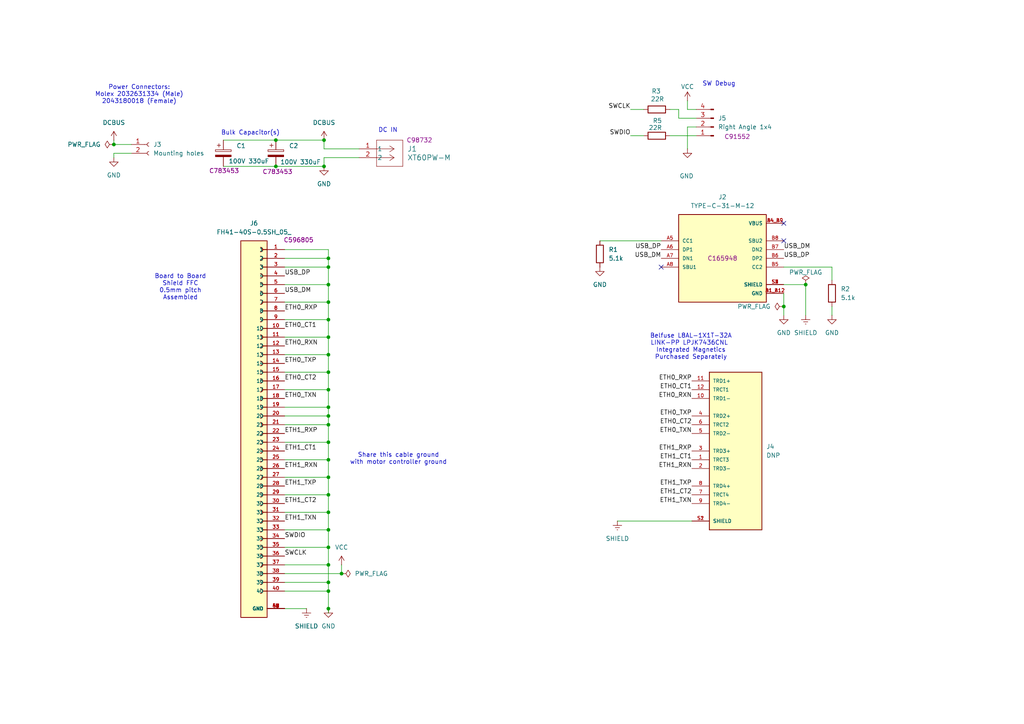
<source format=kicad_sch>
(kicad_sch (version 20231120) (generator "eeschema") (generator_version "8.0")
  (paper "A4")
  (lib_symbols
    (symbol "2024-07-02_21-14-47:XT60PW-M" (pin_names (offset 0.254))
      (property "Reference" "J1" (at 13.97 0.0001 0))
      (property "Value" "XT60PW-M" (at 13.97 -2.5399 0))
      (symbol "XT60PW-M_1_1"
        (polyline (pts (xy 5.08 -5.08) (xy 12.7 -5.08)) (stroke (width 0.127)))
        (polyline (pts (xy 5.08 2.54) (xy 5.08 -5.08)) (stroke (width 0.127)))
        (polyline (pts (xy 10.16 -2.54) (xy 5.08 -2.54)) (stroke (width 0.127)))
        (polyline (pts (xy 10.16 -2.54) (xy 8.89 -3.3867)) (stroke (width 0.127)))
        (polyline (pts (xy 10.16 -2.54) (xy 8.89 -1.6933)) (stroke (width 0.127)))
        (polyline (pts (xy 10.16 0) (xy 5.08 0)) (stroke (width 0.127)))
        (polyline (pts (xy 10.16 0) (xy 8.89 -0.8467)) (stroke (width 0.127)))
        (polyline (pts (xy 10.16 0) (xy 8.89 0.8467)) (stroke (width 0.127)))
        (polyline (pts (xy 12.7 -5.08) (xy 12.7 2.54)) (stroke (width 0.127)))
        (polyline (pts (xy 12.7 2.54) (xy 5.08 2.54)) (stroke (width 0.127)))
        (pin passive line (at 0 0 0) (length 5.08) (name "1") (number "1"))
        (pin passive line (at 0 -2.54 0) (length 5.08) (name "2") (number "2"))
      )
      (symbol "XT60PW-M_1_2"
        (polyline (pts (xy 5.08 -5.08) (xy 12.7 -5.08)) (stroke (width 0.127)))
        (polyline (pts (xy 5.08 2.54) (xy 5.08 -5.08)) (stroke (width 0.127)))
        (polyline (pts (xy 7.62 -2.54) (xy 5.08 -2.54)) (stroke (width 0.127)))
        (polyline (pts (xy 7.62 -2.54) (xy 8.89 -3.3867)) (stroke (width 0.127)))
        (polyline (pts (xy 7.62 -2.54) (xy 8.89 -1.6933)) (stroke (width 0.127)))
        (polyline (pts (xy 7.62 0) (xy 5.08 0)) (stroke (width 0.127)))
        (polyline (pts (xy 7.62 0) (xy 8.89 -0.8467)) (stroke (width 0.127)))
        (polyline (pts (xy 7.62 0) (xy 8.89 0.8467)) (stroke (width 0.127)))
        (polyline (pts (xy 12.7 -5.08) (xy 12.7 2.54)) (stroke (width 0.127)))
        (polyline (pts (xy 12.7 2.54) (xy 5.08 2.54)) (stroke (width 0.127)))
        (pin unspecified line (at 0 0 0) (length 5.08) (name "1") (number "1"))
        (pin unspecified line (at 0 -2.54 0) (length 5.08) (name "2") (number "2"))
      )
    )
    (symbol "Connector:Conn_01x02_Socket" (pin_names (offset 1.016) hide)
      (property "Reference" "J" (at 0 2.54 0))
      (property "Value" "Conn_01x02_Socket" (at 0 -5.08 0))
      (symbol "Conn_01x02_Socket_1_1"
        (arc (start 0 -2.032) (mid -0.5058 -2.54) (end 0 -3.048) (stroke (width 0.1524)))
        (polyline (pts (xy -1.27 -2.54) (xy -0.508 -2.54)) (stroke (width 0.1524)))
        (polyline (pts (xy -1.27 0) (xy -0.508 0)) (stroke (width 0.1524)))
        (arc (start 0 0.508) (mid -0.5058 0) (end 0 -0.508) (stroke (width 0.1524)))
        (pin passive line (at -5.08 0 0) (length 3.81) (name "Pin_1") (number "1"))
        (pin passive line (at -5.08 -2.54 0) (length 3.81) (name "Pin_2") (number "2"))
      )
    )
    (symbol "Connector:Conn_01x04_Pin" (pin_names (offset 1.016) hide)
      (property "Reference" "J" (at 0 5.08 0))
      (property "Value" "Conn_01x04_Pin" (at 0 -7.62 0))
      (symbol "Conn_01x04_Pin_1_1"
        (polyline (pts (xy 1.27 -5.08) (xy 0.8636 -5.08)) (stroke (width 0.1524)))
        (polyline (pts (xy 1.27 -2.54) (xy 0.8636 -2.54)) (stroke (width 0.1524)))
        (polyline (pts (xy 1.27 0) (xy 0.8636 0)) (stroke (width 0.1524)))
        (polyline (pts (xy 1.27 2.54) (xy 0.8636 2.54)) (stroke (width 0.1524)))
        (rectangle (start 0.8636 -4.953) (end 0 -5.207) (stroke (width 0.1524)) (fill (type outline)))
        (rectangle (start 0.8636 -2.413) (end 0 -2.667) (stroke (width 0.1524)) (fill (type outline)))
        (rectangle (start 0.8636 0.127) (end 0 -0.127) (stroke (width 0.1524)) (fill (type outline)))
        (rectangle (start 0.8636 2.667) (end 0 2.413) (stroke (width 0.1524)) (fill (type outline)))
        (pin passive line (at 5.08 2.54 180) (length 3.81) (name "Pin_1") (number "1"))
        (pin passive line (at 5.08 0 180) (length 3.81) (name "Pin_2") (number "2"))
        (pin passive line (at 5.08 -2.54 180) (length 3.81) (name "Pin_3") (number "3"))
        (pin passive line (at 5.08 -5.08 180) (length 3.81) (name "Pin_4") (number "4"))
      )
    )
    (symbol "Device:C_Polarized" (pin_numbers hide) (pin_names (offset 0.254))
      (property "Reference" "C" (at 0.635 2.54 0))
      (property "Value" "C_Polarized" (at 0.635 -2.54 0))
      (symbol "C_Polarized_0_1"
        (rectangle (start -2.286 0.508) (end 2.286 1.016))
        (polyline (pts (xy -1.778 2.286) (xy -0.762 2.286)))
        (polyline (pts (xy -1.27 2.794) (xy -1.27 1.778)))
        (rectangle (start 2.286 -0.508) (end -2.286 -1.016) (fill (type outline)))
      )
      (symbol "C_Polarized_1_1"
        (pin passive line (at 0 3.81 270) (length 2.794) (name "~") (number "1"))
        (pin passive line (at 0 -3.81 90) (length 2.794) (name "~") (number "2"))
      )
    )
    (symbol "Device:R" (pin_numbers hide) (pin_names (offset 0))
      (property "Reference" "R" (at 2.032 0 90))
      (property "Value" "R" (at 0 0 90))
      (symbol "R_0_1"
        (rectangle (start -1.016 -2.54) (end 1.016 2.54) (stroke (width 0.254)))
      )
      (symbol "R_1_1"
        (pin passive line (at 0 3.81 270) (length 1.27) (name "~") (number "1"))
        (pin passive line (at 0 -3.81 90) (length 1.27) (name "~") (number "2"))
      )
    )
    (symbol "FH41-40S-0.5SH_05_:FH41-40S-0.5SH_05_" (pin_names (offset 1.016))
      (property "Reference" "J" (at -7.62 54.61 0))
      (property "Value" "FH41-40S-0.5SH_05_" (at -7.62 -58.42 0))
      (symbol "FH41-40S-0.5SH_05__0_0"
        (rectangle (start -7.62 -55.88) (end 0 53.34) (stroke (width 0.254)) (fill (type background)))
        (arc (start -1.905 -48.895) (mid -1.2727 -48.26) (end -1.905 -47.625) (stroke (width 0.254)))
        (arc (start -1.905 -46.355) (mid -1.2727 -45.72) (end -1.905 -45.085) (stroke (width 0.254)))
        (arc (start -1.905 -43.815) (mid -1.2727 -43.18) (end -1.905 -42.545) (stroke (width 0.254)))
        (arc (start -1.905 -41.275) (mid -1.2727 -40.64) (end -1.905 -40.005) (stroke (width 0.254)))
        (arc (start -1.905 -38.735) (mid -1.2727 -38.1) (end -1.905 -37.465) (stroke (width 0.254)))
        (arc (start -1.905 -36.195) (mid -1.2727 -35.56) (end -1.905 -34.925) (stroke (width 0.254)))
        (arc (start -1.905 -33.655) (mid -1.2727 -33.02) (end -1.905 -32.385) (stroke (width 0.254)))
        (arc (start -1.905 -31.115) (mid -1.2727 -30.48) (end -1.905 -29.845) (stroke (width 0.254)))
        (arc (start -1.905 -28.575) (mid -1.2727 -27.94) (end -1.905 -27.305) (stroke (width 0.254)))
        (arc (start -1.905 -26.035) (mid -1.2727 -25.4) (end -1.905 -24.765) (stroke (width 0.254)))
        (arc (start -1.905 -23.495) (mid -1.2727 -22.86) (end -1.905 -22.225) (stroke (width 0.254)))
        (arc (start -1.905 -20.955) (mid -1.2727 -20.32) (end -1.905 -19.685) (stroke (width 0.254)))
        (arc (start -1.905 -18.415) (mid -1.2727 -17.78) (end -1.905 -17.145) (stroke (width 0.254)))
        (arc (start -1.905 -15.875) (mid -1.2727 -15.24) (end -1.905 -14.605) (stroke (width 0.254)))
        (arc (start -1.905 -13.335) (mid -1.2727 -12.7) (end -1.905 -12.065) (stroke (width 0.254)))
        (arc (start -1.905 -10.795) (mid -1.2727 -10.16) (end -1.905 -9.525) (stroke (width 0.254)))
        (arc (start -1.905 -8.255) (mid -1.2727 -7.62) (end -1.905 -6.985) (stroke (width 0.254)))
        (arc (start -1.905 -5.715) (mid -1.2727 -5.08) (end -1.905 -4.445) (stroke (width 0.254)))
        (arc (start -1.905 -3.175) (mid -1.2727 -2.54) (end -1.905 -1.905) (stroke (width 0.254)))
        (arc (start -1.905 -0.635) (mid -1.2727 0) (end -1.905 0.635) (stroke (width 0.254)))
        (arc (start -1.905 1.905) (mid -1.2727 2.54) (end -1.905 3.175) (stroke (width 0.254)))
        (arc (start -1.905 4.445) (mid -1.2727 5.08) (end -1.905 5.715) (stroke (width 0.254)))
        (arc (start -1.905 6.985) (mid -1.2727 7.62) (end -1.905 8.255) (stroke (width 0.254)))
        (arc (start -1.905 9.525) (mid -1.2727 10.16) (end -1.905 10.795) (stroke (width 0.254)))
        (arc (start -1.905 12.065) (mid -1.2727 12.7) (end -1.905 13.335) (stroke (width 0.254)))
        (arc (start -1.905 14.605) (mid -1.2727 15.24) (end -1.905 15.875) (stroke (width 0.254)))
        (arc (start -1.905 17.145) (mid -1.2727 17.78) (end -1.905 18.415) (stroke (width 0.254)))
        (arc (start -1.905 19.685) (mid -1.2727 20.32) (end -1.905 20.955) (stroke (width 0.254)))
        (arc (start -1.905 22.225) (mid -1.2727 22.86) (end -1.905 23.495) (stroke (width 0.254)))
        (arc (start -1.905 24.765) (mid -1.2727 25.4) (end -1.905 26.035) (stroke (width 0.254)))
        (arc (start -1.905 27.305) (mid -1.2727 27.94) (end -1.905 28.575) (stroke (width 0.254)))
        (arc (start -1.905 29.845) (mid -1.2727 30.48) (end -1.905 31.115) (stroke (width 0.254)))
        (arc (start -1.905 32.385) (mid -1.2727 33.02) (end -1.905 33.655) (stroke (width 0.254)))
        (arc (start -1.905 34.925) (mid -1.2727 35.56) (end -1.905 36.195) (stroke (width 0.254)))
        (arc (start -1.905 37.465) (mid -1.2727 38.1) (end -1.905 38.735) (stroke (width 0.254)))
        (arc (start -1.905 40.005) (mid -1.2727 40.64) (end -1.905 41.275) (stroke (width 0.254)))
        (arc (start -1.905 42.545) (mid -1.2727 43.18) (end -1.905 43.815) (stroke (width 0.254)))
        (arc (start -1.905 45.085) (mid -1.2727 45.72) (end -1.905 46.355) (stroke (width 0.254)))
        (arc (start -1.905 47.625) (mid -1.2727 48.26) (end -1.905 48.895) (stroke (width 0.254)))
        (arc (start -1.905 50.165) (mid -1.2727 50.8) (end -1.905 51.435) (stroke (width 0.254)))
        (polyline (pts (xy 0 -48.26) (xy -1.27 -48.26)) (stroke (width 0.254)))
        (polyline (pts (xy 0 -45.72) (xy -1.27 -45.72)) (stroke (width 0.254)))
        (polyline (pts (xy 0 -43.18) (xy -1.27 -43.18)) (stroke (width 0.254)))
        (polyline (pts (xy 0 -40.64) (xy -1.27 -40.64)) (stroke (width 0.254)))
        (polyline (pts (xy 0 -38.1) (xy -1.27 -38.1)) (stroke (width 0.254)))
        (polyline (pts (xy 0 -35.56) (xy -1.27 -35.56)) (stroke (width 0.254)))
        (polyline (pts (xy 0 -33.02) (xy -1.27 -33.02)) (stroke (width 0.254)))
        (polyline (pts (xy 0 -30.48) (xy -1.27 -30.48)) (stroke (width 0.254)))
        (polyline (pts (xy 0 -27.94) (xy -1.27 -27.94)) (stroke (width 0.254)))
        (polyline (pts (xy 0 -25.4) (xy -1.27 -25.4)) (stroke (width 0.254)))
        (polyline (pts (xy 0 -22.86) (xy -1.27 -22.86)) (stroke (width 0.254)))
        (polyline (pts (xy 0 -20.32) (xy -1.27 -20.32)) (stroke (width 0.254)))
        (polyline (pts (xy 0 -17.78) (xy -1.27 -17.78)) (stroke (width 0.254)))
        (polyline (pts (xy 0 -15.24) (xy -1.27 -15.24)) (stroke (width 0.254)))
        (polyline (pts (xy 0 -12.7) (xy -1.27 -12.7)) (stroke (width 0.254)))
        (polyline (pts (xy 0 -10.16) (xy -1.27 -10.16)) (stroke (width 0.254)))
        (polyline (pts (xy 0 -7.62) (xy -1.27 -7.62)) (stroke (width 0.254)))
        (polyline (pts (xy 0 -5.08) (xy -1.27 -5.08)) (stroke (width 0.254)))
        (polyline (pts (xy 0 -2.54) (xy -1.27 -2.54)) (stroke (width 0.254)))
        (polyline (pts (xy 0 0) (xy -1.27 0)) (stroke (width 0.254)))
        (polyline (pts (xy 0 2.54) (xy -1.27 2.54)) (stroke (width 0.254)))
        (polyline (pts (xy 0 5.08) (xy -1.27 5.08)) (stroke (width 0.254)))
        (polyline (pts (xy 0 7.62) (xy -1.27 7.62)) (stroke (width 0.254)))
        (polyline (pts (xy 0 10.16) (xy -1.27 10.16)) (stroke (width 0.254)))
        (polyline (pts (xy 0 12.7) (xy -1.27 12.7)) (stroke (width 0.254)))
        (polyline (pts (xy 0 15.24) (xy -1.27 15.24)) (stroke (width 0.254)))
        (polyline (pts (xy 0 17.78) (xy -1.27 17.78)) (stroke (width 0.254)))
        (polyline (pts (xy 0 20.32) (xy -1.27 20.32)) (stroke (width 0.254)))
        (polyline (pts (xy 0 22.86) (xy -1.27 22.86)) (stroke (width 0.254)))
        (polyline (pts (xy 0 25.4) (xy -1.27 25.4)) (stroke (width 0.254)))
        (polyline (pts (xy 0 27.94) (xy -1.27 27.94)) (stroke (width 0.254)))
        (polyline (pts (xy 0 30.48) (xy -1.27 30.48)) (stroke (width 0.254)))
        (polyline (pts (xy 0 33.02) (xy -1.27 33.02)) (stroke (width 0.254)))
        (polyline (pts (xy 0 35.56) (xy -1.27 35.56)) (stroke (width 0.254)))
        (polyline (pts (xy 0 38.1) (xy -1.27 38.1)) (stroke (width 0.254)))
        (polyline (pts (xy 0 40.64) (xy -1.27 40.64)) (stroke (width 0.254)))
        (polyline (pts (xy 0 43.18) (xy -1.27 43.18)) (stroke (width 0.254)))
        (polyline (pts (xy 0 45.72) (xy -1.27 45.72)) (stroke (width 0.254)))
        (polyline (pts (xy 0 48.26) (xy -1.27 48.26)) (stroke (width 0.254)))
        (polyline (pts (xy 0 50.8) (xy -1.27 50.8)) (stroke (width 0.254)))
        (pin passive line (at 5.08 50.8 180) (length 5.08) (name "1") (number "1"))
        (pin passive line (at 5.08 27.94 180) (length 5.08) (name "10") (number "10"))
        (pin passive line (at 5.08 25.4 180) (length 5.08) (name "11") (number "11"))
        (pin passive line (at 5.08 22.86 180) (length 5.08) (name "12") (number "12"))
        (pin passive line (at 5.08 20.32 180) (length 5.08) (name "13") (number "13"))
        (pin passive line (at 5.08 17.78 180) (length 5.08) (name "14") (number "14"))
        (pin passive line (at 5.08 15.24 180) (length 5.08) (name "15") (number "15"))
        (pin passive line (at 5.08 12.7 180) (length 5.08) (name "16") (number "16"))
        (pin passive line (at 5.08 10.16 180) (length 5.08) (name "17") (number "17"))
        (pin passive line (at 5.08 7.62 180) (length 5.08) (name "18") (number "18"))
        (pin passive line (at 5.08 5.08 180) (length 5.08) (name "19") (number "19"))
        (pin passive line (at 5.08 48.26 180) (length 5.08) (name "2") (number "2"))
        (pin passive line (at 5.08 2.54 180) (length 5.08) (name "20") (number "20"))
        (pin passive line (at 5.08 0 180) (length 5.08) (name "21") (number "21"))
        (pin passive line (at 5.08 -2.54 180) (length 5.08) (name "22") (number "22"))
        (pin passive line (at 5.08 -5.08 180) (length 5.08) (name "23") (number "23"))
        (pin passive line (at 5.08 -7.62 180) (length 5.08) (name "24") (number "24"))
        (pin passive line (at 5.08 -10.16 180) (length 5.08) (name "25") (number "25"))
        (pin passive line (at 5.08 -12.7 180) (length 5.08) (name "26") (number "26"))
        (pin passive line (at 5.08 -15.24 180) (length 5.08) (name "27") (number "27"))
        (pin passive line (at 5.08 -17.78 180) (length 5.08) (name "28") (number "28"))
        (pin passive line (at 5.08 -20.32 180) (length 5.08) (name "29") (number "29"))
        (pin passive line (at 5.08 45.72 180) (length 5.08) (name "3") (number "3"))
        (pin passive line (at 5.08 -22.86 180) (length 5.08) (name "30") (number "30"))
        (pin passive line (at 5.08 -25.4 180) (length 5.08) (name "31") (number "31"))
        (pin passive line (at 5.08 -27.94 180) (length 5.08) (name "32") (number "32"))
        (pin passive line (at 5.08 -30.48 180) (length 5.08) (name "33") (number "33"))
        (pin passive line (at 5.08 -33.02 180) (length 5.08) (name "34") (number "34"))
        (pin passive line (at 5.08 -35.56 180) (length 5.08) (name "35") (number "35"))
        (pin passive line (at 5.08 -38.1 180) (length 5.08) (name "36") (number "36"))
        (pin passive line (at 5.08 -40.64 180) (length 5.08) (name "37") (number "37"))
        (pin passive line (at 5.08 -43.18 180) (length 5.08) (name "38") (number "38"))
        (pin passive line (at 5.08 -45.72 180) (length 5.08) (name "39") (number "39"))
        (pin passive line (at 5.08 43.18 180) (length 5.08) (name "4") (number "4"))
        (pin passive line (at 5.08 -48.26 180) (length 5.08) (name "40") (number "40"))
        (pin power_in line (at 5.08 -53.34 180) (length 5.08) (name "GND") (number "41"))
        (pin power_in line (at 5.08 -53.34 180) (length 5.08) (name "GND") (number "42"))
        (pin power_in line (at 5.08 -53.34 180) (length 5.08) (name "GND") (number "43"))
        (pin power_in line (at 5.08 -53.34 180) (length 5.08) (name "GND") (number "44"))
        (pin power_in line (at 5.08 -53.34 180) (length 5.08) (name "GND") (number "45"))
        (pin power_in line (at 5.08 -53.34 180) (length 5.08) (name "GND") (number "46"))
        (pin power_in line (at 5.08 -53.34 180) (length 5.08) (name "GND") (number "47"))
        (pin power_in line (at 5.08 -53.34 180) (length 5.08) (name "GND") (number "48"))
        (pin power_in line (at 5.08 -53.34 180) (length 5.08) (name "GND") (number "49"))
        (pin passive line (at 5.08 40.64 180) (length 5.08) (name "5") (number "5"))
        (pin power_in line (at 5.08 -53.34 180) (length 5.08) (name "GND") (number "50"))
        (pin passive line (at 5.08 38.1 180) (length 5.08) (name "6") (number "6"))
        (pin passive line (at 5.08 35.56 180) (length 5.08) (name "7") (number "7"))
        (pin passive line (at 5.08 33.02 180) (length 5.08) (name "8") (number "8"))
        (pin passive line (at 5.08 30.48 180) (length 5.08) (name "9") (number "9"))
      )
    )
    (symbol "L8AL-1X1T-32A:L8AL-1X1T-32A" (pin_names (offset 1.016))
      (property "Reference" "J" (at -7.62 24.13 0))
      (property "Value" "L8AL-1X1T-32A" (at -7.62 -24.13 0))
      (symbol "L8AL-1X1T-32A_0_0"
        (rectangle (start -7.62 -22.86) (end 7.62 22.86) (stroke (width 0.254)) (fill (type background)))
        (pin passive line (at -12.7 -2.54 0) (length 5.08) (name "TRCT3") (number "1"))
        (pin passive line (at -12.7 15.24 0) (length 5.08) (name "TRD1-") (number "10"))
        (pin passive line (at -12.7 20.32 0) (length 5.08) (name "TRD1+") (number "11"))
        (pin passive line (at -12.7 17.78 0) (length 5.08) (name "TRCT1") (number "12"))
        (pin passive line (at -12.7 -5.08 0) (length 5.08) (name "TRD3-") (number "2"))
        (pin passive line (at -12.7 0 0) (length 5.08) (name "TRD3+") (number "3"))
        (pin passive line (at -12.7 10.16 0) (length 5.08) (name "TRD2+") (number "4"))
        (pin passive line (at -12.7 5.08 0) (length 5.08) (name "TRD2-") (number "5"))
        (pin passive line (at -12.7 7.62 0) (length 5.08) (name "TRCT2") (number "6"))
        (pin passive line (at -12.7 -12.7 0) (length 5.08) (name "TRCT4") (number "7"))
        (pin passive line (at -12.7 -10.16 0) (length 5.08) (name "TRD4+") (number "8"))
        (pin passive line (at -12.7 -15.24 0) (length 5.08) (name "TRD4-") (number "9"))
        (pin passive line (at -12.7 -20.32 0) (length 5.08) (name "SHIELD") (number "S1"))
        (pin passive line (at -12.7 -20.32 0) (length 5.08) (name "SHIELD") (number "S2"))
      )
    )
    (symbol "TYPE-C-31-M-12:TYPE-C-31-M-12" (pin_names (offset 1.016))
      (property "Reference" "J" (at -12.7 13.462 0))
      (property "Value" "TYPE-C-31-M-12" (at -12.7 -13.462 0))
      (symbol "TYPE-C-31-M-12_0_0"
        (rectangle (start -12.7 -12.7) (end 12.7 12.7) (stroke (width 0.254)) (fill (type background)))
        (pin power_in line (at 17.78 -10.16 180) (length 5.08) (name "GND") (number "A1_B12"))
        (pin power_in line (at 17.78 10.16 180) (length 5.08) (name "VBUS") (number "A4_B9"))
        (pin bidirectional line (at -17.78 5.08 0) (length 5.08) (name "CC1") (number "A5"))
        (pin bidirectional line (at -17.78 2.54 0) (length 5.08) (name "DP1") (number "A6"))
        (pin bidirectional line (at -17.78 0 0) (length 5.08) (name "DN1") (number "A7"))
        (pin bidirectional line (at -17.78 -2.54 0) (length 5.08) (name "SBU1") (number "A8"))
        (pin power_in line (at 17.78 -10.16 180) (length 5.08) (name "GND") (number "B1_A12"))
        (pin power_in line (at 17.78 10.16 180) (length 5.08) (name "VBUS") (number "B4_A9"))
        (pin bidirectional line (at 17.78 -2.54 180) (length 5.08) (name "CC2") (number "B5"))
        (pin bidirectional line (at 17.78 0 180) (length 5.08) (name "DP2") (number "B6"))
        (pin bidirectional line (at 17.78 2.54 180) (length 5.08) (name "DN2") (number "B7"))
        (pin bidirectional line (at 17.78 5.08 180) (length 5.08) (name "SBU2") (number "B8"))
        (pin passive line (at 17.78 -7.62 180) (length 5.08) (name "SHIELD") (number "S1"))
        (pin passive line (at 17.78 -7.62 180) (length 5.08) (name "SHIELD") (number "S2"))
        (pin passive line (at 17.78 -7.62 180) (length 5.08) (name "SHIELD") (number "S3"))
        (pin passive line (at 17.78 -7.62 180) (length 5.08) (name "SHIELD") (number "S4"))
      )
    )
    (symbol "power:+3.3V" (power) (pin_numbers hide) (pin_names (offset 0) hide)
      (property "Value" "+3.3V" (at 0 3.556 0))
      (symbol "+3.3V_0_1"
        (polyline (pts (xy -0.762 1.27) (xy 0 2.54)))
        (polyline (pts (xy 0 0) (xy 0 2.54)))
        (polyline (pts (xy 0 2.54) (xy 0.762 1.27)))
      )
      (symbol "+3.3V_1_1"
        (pin power_in line (at 0 0 90) (length 0) (name "~") (number "1"))
      )
    )
    (symbol "power:Earth" (power) (pin_numbers hide) (pin_names (offset 0) hide)
      (property "Value" "Earth" (at 0 -3.81 0))
      (symbol "Earth_0_1"
        (polyline (pts (xy -0.635 -1.905) (xy 0.635 -1.905)))
        (polyline (pts (xy -0.127 -2.54) (xy 0.127 -2.54)))
        (polyline (pts (xy 0 -1.27) (xy 0 0)))
        (polyline (pts (xy 1.27 -1.27) (xy -1.27 -1.27)))
      )
      (symbol "Earth_1_1"
        (pin power_in line (at 0 0 270) (length 0) (name "~") (number "1"))
      )
    )
    (symbol "power:GND" (power) (pin_numbers hide) (pin_names (offset 0) hide)
      (property "Value" "GND" (at 0 -3.81 0))
      (symbol "GND_0_1"
        (polyline (pts (xy 0 0) (xy 0 -1.27) (xy 1.27 -1.27) (xy 0 -2.54) (xy -1.27 -1.27) (xy 0 -1.27)))
      )
      (symbol "GND_1_1"
        (pin power_in line (at 0 0 270) (length 0) (name "~") (number "1"))
      )
    )
    (symbol "power:PWR_FLAG" (power) (pin_numbers hide) (pin_names (offset 0) hide)
      (property "Value" "PWR_FLAG" (at 0 3.81 0))
      (symbol "PWR_FLAG_0_0"
        (pin power_out line (at 0 0 90) (length 0) (name "~") (number "1"))
      )
      (symbol "PWR_FLAG_0_1"
        (polyline (pts (xy 0 0) (xy 0 1.27) (xy -1.016 1.905) (xy 0 2.54) (xy 1.016 1.905) (xy 0 1.27)))
      )
    )
    (symbol "power:VCC" (power) (pin_numbers hide) (pin_names (offset 0) hide)
      (property "Value" "VCC" (at 0 3.556 0))
      (symbol "VCC_0_1"
        (polyline (pts (xy -0.762 1.27) (xy 0 2.54)))
        (polyline (pts (xy 0 0) (xy 0 2.54)))
        (polyline (pts (xy 0 2.54) (xy 0.762 1.27)))
      )
      (symbol "VCC_1_1"
        (pin power_in line (at 0 0 90) (length 0) (name "~") (number "1"))
      )
    )
  )
  (junction (at 95.25 148.59))
  (junction (at 33.02 41.91))
  (junction (at 95.25 123.19))
  (junction (at 99.06 166.37))
  (junction (at 95.25 168.91))
  (junction (at 95.25 97.79))
  (junction (at 95.25 133.35))
  (junction (at 95.25 102.87))
  (junction (at 227.33 88.9))
  (junction (at 95.25 113.03))
  (junction (at 95.25 138.43))
  (junction (at 95.25 120.65))
  (junction (at 95.25 118.11))
  (junction (at 95.25 82.55))
  (junction (at 95.25 107.95))
  (junction (at 80.01 48.26))
  (junction (at 95.25 153.67))
  (junction (at 95.25 143.51))
  (junction (at 95.25 77.47))
  (junction (at 95.25 128.27))
  (junction (at 95.25 74.93))
  (junction (at 95.25 176.53))
  (junction (at 93.98 48.26))
  (junction (at 233.68 82.55))
  (junction (at 95.25 87.63))
  (junction (at 93.98 40.64))
  (junction (at 95.25 158.75))
  (junction (at 80.01 40.64))
  (junction (at 95.25 163.83))
  (junction (at 95.25 171.45))
  (junction (at 95.25 92.71))
  (no_connect (at 191.77 77.47))
  (no_connect (at 227.33 69.85))
  (no_connect (at 227.33 64.77))
  (wire (pts (xy 93.98 40.64) (xy 93.98 43.18)))
  (wire (pts (xy 82.55 120.65) (xy 95.25 120.65)))
  (wire (pts (xy 194.31 31.75) (xy 196.85 31.75)))
  (wire (pts (xy 173.99 69.85) (xy 191.77 69.85)))
  (wire (pts (xy 95.25 82.55) (xy 95.25 77.47)))
  (wire (pts (xy 82.55 168.91) (xy 95.25 168.91)))
  (wire (pts (xy 95.25 158.75) (xy 95.25 163.83)))
  (wire (pts (xy 82.55 143.51) (xy 95.25 143.51)))
  (wire (pts (xy 82.55 92.71) (xy 95.25 92.71)))
  (wire (pts (xy 95.25 74.93) (xy 95.25 72.39)))
  (wire (pts (xy 93.98 45.72) (xy 104.14 45.72)))
  (wire (pts (xy 95.25 120.65) (xy 95.25 123.19)))
  (wire (pts (xy 95.25 118.11) (xy 95.25 120.65)))
  (wire (pts (xy 201.93 34.29) (xy 196.85 34.29)))
  (wire (pts (xy 33.02 40.64) (xy 33.02 41.91)))
  (wire (pts (xy 33.02 45.72) (xy 33.02 44.45)))
  (wire (pts (xy 93.98 43.18) (xy 104.14 43.18)))
  (wire (pts (xy 241.3 91.44) (xy 241.3 88.9)))
  (wire (pts (xy 82.55 158.75) (xy 95.25 158.75)))
  (wire (pts (xy 194.31 39.37) (xy 201.93 39.37)))
  (wire (pts (xy 82.55 171.45) (xy 95.25 171.45)))
  (wire (pts (xy 82.55 176.53) (xy 88.9 176.53)))
  (wire (pts (xy 95.25 118.11) (xy 95.25 113.03)))
  (wire (pts (xy 99.06 163.83) (xy 99.06 166.37)))
  (wire (pts (xy 95.25 102.87) (xy 95.25 97.79)))
  (wire (pts (xy 80.01 48.26) (xy 93.98 48.26)))
  (wire (pts (xy 82.55 123.19) (xy 95.25 123.19)))
  (wire (pts (xy 64.77 48.26) (xy 80.01 48.26)))
  (wire (pts (xy 95.25 77.47) (xy 95.25 74.93)))
  (wire (pts (xy 227.33 82.55) (xy 233.68 82.55)))
  (wire (pts (xy 95.25 176.53) (xy 95.25 171.45)))
  (wire (pts (xy 95.25 107.95) (xy 95.25 113.03)))
  (wire (pts (xy 233.68 82.55) (xy 233.68 91.44)))
  (wire (pts (xy 64.77 40.64) (xy 80.01 40.64)))
  (wire (pts (xy 95.25 168.91) (xy 95.25 171.45)))
  (wire (pts (xy 95.25 133.35) (xy 95.25 138.43)))
  (wire (pts (xy 227.33 77.47) (xy 241.3 77.47)))
  (wire (pts (xy 95.25 123.19) (xy 95.25 128.27)))
  (wire (pts (xy 82.55 97.79) (xy 95.25 97.79)))
  (wire (pts (xy 227.33 91.44) (xy 227.33 88.9)))
  (wire (pts (xy 179.07 151.13) (xy 200.66 151.13)))
  (wire (pts (xy 82.55 128.27) (xy 95.25 128.27)))
  (wire (pts (xy 95.25 82.55) (xy 95.25 87.63)))
  (wire (pts (xy 95.25 128.27) (xy 95.25 133.35)))
  (wire (pts (xy 95.25 97.79) (xy 95.25 92.71)))
  (wire (pts (xy 82.55 138.43) (xy 95.25 138.43)))
  (wire (pts (xy 82.55 102.87) (xy 95.25 102.87)))
  (wire (pts (xy 182.88 31.75) (xy 186.69 31.75)))
  (wire (pts (xy 82.55 118.11) (xy 95.25 118.11)))
  (wire (pts (xy 199.39 29.21) (xy 199.39 31.75)))
  (wire (pts (xy 199.39 31.75) (xy 201.93 31.75)))
  (wire (pts (xy 82.55 74.93) (xy 95.25 74.93)))
  (wire (pts (xy 82.55 153.67) (xy 95.25 153.67)))
  (wire (pts (xy 95.25 107.95) (xy 95.25 102.87)))
  (wire (pts (xy 82.55 77.47) (xy 95.25 77.47)))
  (wire (pts (xy 82.55 87.63) (xy 95.25 87.63)))
  (wire (pts (xy 227.33 85.09) (xy 227.33 88.9)))
  (wire (pts (xy 196.85 34.29) (xy 196.85 31.75)))
  (wire (pts (xy 82.55 107.95) (xy 95.25 107.95)))
  (wire (pts (xy 95.25 177.8) (xy 95.25 176.53)))
  (wire (pts (xy 199.39 36.83) (xy 199.39 43.18)))
  (wire (pts (xy 82.55 113.03) (xy 95.25 113.03)))
  (wire (pts (xy 33.02 41.91) (xy 38.1 41.91)))
  (wire (pts (xy 95.25 153.67) (xy 95.25 158.75)))
  (wire (pts (xy 82.55 166.37) (xy 99.06 166.37)))
  (wire (pts (xy 80.01 40.64) (xy 93.98 40.64)))
  (wire (pts (xy 95.25 148.59) (xy 95.25 153.67)))
  (wire (pts (xy 93.98 48.26) (xy 93.98 45.72)))
  (wire (pts (xy 95.25 143.51) (xy 95.25 148.59)))
  (wire (pts (xy 82.55 148.59) (xy 95.25 148.59)))
  (wire (pts (xy 82.55 82.55) (xy 95.25 82.55)))
  (wire (pts (xy 241.3 77.47) (xy 241.3 81.28)))
  (wire (pts (xy 95.25 72.39) (xy 82.55 72.39)))
  (wire (pts (xy 82.55 163.83) (xy 95.25 163.83)))
  (wire (pts (xy 33.02 44.45) (xy 38.1 44.45)))
  (wire (pts (xy 95.25 92.71) (xy 95.25 87.63)))
  (wire (pts (xy 182.88 39.37) (xy 186.69 39.37)))
  (wire (pts (xy 95.25 138.43) (xy 95.25 143.51)))
  (wire (pts (xy 82.55 133.35) (xy 95.25 133.35)))
  (wire (pts (xy 95.25 163.83) (xy 95.25 168.91)))
  (wire (pts (xy 201.93 36.83) (xy 199.39 36.83)))
  (text "Belfuse L8AL-1X1T-32A\nLINK-PP LPJK7436CNL \nIntegrated Magnetics\nPurchased Separately" (at 200.406 100.584 0) (effects (font (size 1.27 1.27))))
  (text "SW Debug" (at 208.534 24.384 0) (effects (font (size 1.27 1.27))))
  (text "Board to Board\nShield FFC\n0.5mm pitch\nAssembled" (at 52.324 83.312 0) (effects (font (size 1.27 1.27))))
  (text "Share this cable ground\nwith motor controller ground" (at 115.57 133.096 0) (effects (font (size 1.27 1.27))))
  (text "DC IN" (at 112.522 37.846 0) (effects (font (size 1.27 1.27))))
  (text "Power Connectors:\nMolex 2032631334 (Male)\n2043180018 (Female)" (at 40.386 27.432 0) (effects (font (size 1.27 1.27))))
  (text "Bulk Capacitor(s)" (at 72.644 38.608 0) (effects (font (size 1.27 1.27))))
  (label "ETH0_CT1" (at 200.66 113.03 180))
  (label "ETH1_TXP" (at 200.66 140.97 180))
  (label "ETH0_CT2" (at 200.66 123.19 180))
  (label "USB_DM" (at 227.33 72.39 0))
  (label "ETH1_TXN" (at 200.66 146.05 180))
  (label "ETH0_RXP" (at 200.66 110.49 180))
  (label "ETH0_RXP" (at 82.55 90.17 0))
  (label "USB_DP" (at 82.55 80.01 0))
  (label "ETH1_TXN" (at 82.55 151.13 0))
  (label "ETH1_CT1" (at 200.66 133.35 180))
  (label "ETH0_TXN" (at 200.66 125.73 180))
  (label "SWDIO" (at 182.88 39.37 180))
  (label "USB_DP" (at 227.33 74.93 0))
  (label "ETH0_RXN" (at 200.66 115.57 180))
  (label "ETH1_TXP" (at 82.55 140.97 0))
  (label "SWDIO" (at 82.55 156.21 0))
  (label "ETH1_RXN" (at 200.66 135.89 180))
  (label "USB_DM" (at 82.55 85.09 0))
  (label "ETH0_RXN" (at 82.55 100.33 0))
  (label "SWCLK" (at 182.88 31.75 180))
  (label "ETH1_RXN" (at 82.55 135.89 0))
  (label "ETH1_CT2" (at 200.66 143.51 180))
  (label "ETH1_RXP" (at 200.66 130.81 180))
  (label "ETH1_CT1" (at 82.55 130.81 0))
  (label "ETH0_TXP" (at 82.55 105.41 0))
  (label "SWCLK" (at 82.55 161.29 0))
  (label "ETH1_RXP" (at 82.55 125.73 0))
  (label "ETH1_CT2" (at 82.55 146.05 0))
  (label "USB_DP" (at 191.77 72.39 180))
  (label "ETH0_TXN" (at 82.55 115.57 0))
  (label "USB_DM" (at 191.77 74.93 180))
  (label "ETH0_CT1" (at 82.55 95.25 0))
  (label "ETH0_TXP" (at 200.66 120.65 180))
  (label "ETH0_CT2" (at 82.55 110.49 0))
  (symbol (lib_id "power:GND") (at 199.39 43.18 0) (unit 1)
    (property "Reference" "#PWR08" (effects (hide yes)))
    (property "Value" "GND" (at 199.136 51.054 0))
  )
  (symbol (lib_id "power:Earth") (at 233.68 91.44 0) (unit 1)
    (property "Reference" "#PWR03" (effects (hide yes)))
    (property "Value" "SHIELD" (at 233.68 96.52 0))
    (property "Description" "Power symbol creates a global label with name \"Earth\"" (effects (hide yes)))
  )
  (symbol (lib_id "power:GND") (at 33.02 45.72 0) (unit 1)
    (property "Reference" "#PWR010" (effects (hide yes)))
    (property "Value" "GND" (at 33.02 50.8 0))
    (property "Description" "Power symbol creates a global label with name \"GND\" , ground" (effects (hide yes)))
  )
  (symbol (lib_id "power:VCC") (at 99.06 163.83 0) (unit 1)
    (property "Reference" "#PWR011" (effects (hide yes)))
    (property "Value" "VCC" (at 99.06 158.75 0))
    (property "Description" "Power symbol creates a global label with name \"VCC\"" (effects (hide yes)))
  )
  (symbol (lib_id "power:Earth") (at 179.07 151.13 0) (unit 1)
    (property "Reference" "#PWR014" (effects (hide yes)))
    (property "Value" "SHIELD" (at 179.07 156.21 0))
    (property "Description" "Power symbol creates a global label with name \"Earth\"" (effects (hide yes)))
  )
  (symbol (lib_id "TYPE-C-31-M-12:TYPE-C-31-M-12") (at 209.55 74.93 0) (unit 1)
    (property "Reference" "J2" (at 209.55 57.15 0))
    (property "Value" "TYPE-C-31-M-12" (at 209.55 59.69 0))
    (property "Footprint" "TYPE-C-31-M-12:HRO_TYPE-C-31-M-12" (effects (hide yes)))
    (property "MF" "HRO Electronics Co., Ltd." (effects (hide yes)))
    (property "MAXIMUM_PACKAGE_HEIGHT" "3.26 mm" (effects (hide yes)))
    (property "Package" "Package" (effects (hide yes)))
    (property "Price" "None" (effects (hide yes)))
    (property "Check_prices" "https://www.snapeda.com/parts/TYPE-C-31-M-12/HRO+Electronics+Co.%252C+Ltd./view-part/?ref=eda" (effects (hide yes)))
    (property "STANDARD" "Manufacturer Recommendations" (effects (hide yes)))
    (property "PARTREV" "2020.12.08" (effects (hide yes)))
    (property "SnapEDA_Link" "https://www.snapeda.com/parts/TYPE-C-31-M-12/HRO+Electronics+Co.%252C+Ltd./view-part/?ref=snap" (effects (hide yes)))
    (property "MP" "TYPE-C-31-M-12" (effects (hide yes)))
    (property "Description_1" "\nUSB Connectors 24 Receptacle 1 8.94*7.3mm RoHS\n" (effects (hide yes)))
    (property "SNAPEDA_PN" "TYPE-C-31-M-12" (effects (hide yes)))
    (property "Availability" "Not in stock" (effects (hide yes)))
    (property "MANUFACTURER" "HRO Electronics Co., Ltd." (effects (hide yes)))
    (property "LCSC Part Number" "C165948" (at 209.55 74.93 0))
  )
  (symbol (lib_id "Device:C_Polarized") (at 80.01 44.45 0) (unit 1)
    (property "Reference" "C2" (at 83.82 42.2909 0) (effects (justify left)))
    (property "Value" "100V 330uF" (at 81.28 46.99 0) (effects (justify left)))
    (property "Footprint" "Capacitor_THT:CP_Radial_D13.0mm_P5.00mm" (effects (hide yes)))
    (property "Description" "Polarized capacitor" (effects (hide yes)))
    (property "LCSC Part Number" " C783453" (at 80.01 49.784 0))
  )
  (symbol (lib_id "power:GND") (at 227.33 91.44 0) (unit 1)
    (property "Reference" "#PWR02" (effects (hide yes)))
    (property "Value" "GND" (at 227.33 96.52 0))
    (property "Description" "Power symbol creates a global label with name \"GND\" , ground" (effects (hide yes)))
  )
  (symbol (lib_id "power:PWR_FLAG") (at 33.02 41.91 90) (unit 1)
    (property "Reference" "#FLG02" (effects (hide yes)))
    (property "Value" "PWR_FLAG" (at 29.21 41.9099 90) (effects (justify left)))
    (property "Description" "Special symbol for telling ERC where power comes from" (effects (hide yes)))
  )
  (symbol (lib_id "Device:R") (at 173.99 73.66 0) (unit 1)
    (property "Reference" "R1" (at 176.53 72.3899 0) (effects (justify left)))
    (property "Value" "5.1k" (at 176.53 74.9299 0) (effects (justify left)))
    (property "Footprint" "Resistor_SMD:R_0603_1608Metric" (effects (hide yes)))
    (property "Description" "Resistor" (effects (hide yes)))
  )
  (symbol (lib_id "power:Earth") (at 88.9 176.53 0) (unit 1)
    (property "Reference" "#PWR013" (effects (hide yes)))
    (property "Value" "SHIELD" (at 88.9 181.61 0))
    (property "Description" "Power symbol creates a global label with name \"Earth\"" (effects (hide yes)))
  )
  (symbol (lib_id "Connector:Conn_01x04_Pin") (at 207.01 36.83 180) (unit 1)
    (property "Reference" "J5" (at 208.28 34.2899 0) (effects (justify right)))
    (property "Value" "Right Angle 1x4" (at 208.28 36.8299 0) (effects (justify right)))
    (property "Footprint" "Connector_PinHeader_2.54mm:PinHeader_1x04_P2.54mm_Horizontal" (effects (hide yes)))
    (property "Description" "Generic connector, single row, 01x04, script generated" (effects (hide yes)))
    (property "LCSC Part Number" " C91552" (at 213.36 39.624 0))
  )
  (symbol (lib_id "2024-07-02_21-14-47:XT60PW-M") (at 104.14 43.18 0) (unit 1)
    (property "Reference" "J1" (at 118.11 43.1799 0) (effects (font (size 1.524 1.524)) (justify left)))
    (property "Value" "XT60PW-M" (at 118.11 45.7199 0) (effects (font (size 1.524 1.524)) (justify left)))
    (property "Footprint" "footprints:CONN_XT60PW-M_AMA" (effects (hide yes)))
    (property "Datasheet" "XT60PW-M" (effects (hide yes)))
    (property "LCSC Part Number" "C98732" (at 121.666 40.64 0))
  )
  (symbol (lib_id "Connector:Conn_01x02_Socket") (at 43.18 41.91 0) (unit 1)
    (property "Reference" "J3" (at 44.45 41.9099 0) (effects (justify left)))
    (property "Value" "Mounting holes" (at 44.45 44.4499 0) (effects (justify left)))
    (property "Footprint" "holes:Dual Post" (effects (hide yes)))
    (property "Description" "Generic connector, single row, 01x02, script generated" (effects (hide yes)))
  )
  (symbol (lib_id "Device:R") (at 190.5 39.37 90) (unit 1)
    (property "Reference" "R5" (at 192.024 34.29 90) (effects (justify left bottom)))
    (property "Value" "22R" (at 192.024 36.322 90) (effects (justify left bottom)))
    (property "Footprint" "Resistor_SMD:R_0603_1608Metric" (effects (hide yes)))
    (property "Description" "RES SMD 22 OHM 1% 1/10W 0603" (effects (hide yes)))
    (property "SUPPLIER 1" "Digi-Key" (effects (hide yes)))
    (property "SUPPLIER PART NUMBER 1" "311-22.0HRCT-ND" (effects (hide yes)))
    (property "MANUFACTURER" "Yageo" (effects (hide yes)))
    (property "MANUFACTURER PART NUMBER" "RC0603FR-0722RL" (effects (hide yes)))
    (property "ROHS" "RoHS Compliant" (effects (hide yes)))
    (property "CATEGORY" "Resistors" (effects (hide yes)))
    (property "STOCK 1" "575303" (effects (hide yes)))
    (property "PRICING 1" "1=0.1, 10=0.014, 25=0.01, 100=0.0057, 250=0.00436, 500=0.00348, 1000=0.00257, 2500=0.00223 (USD)" (effects (hide yes)))
    (property "PACKAGING" "Cut Tape (CT)" (effects (hide yes)))
    (property "RESISTANCE (OHMS)" "22" (effects (hide yes)))
    (property "TOLERANCE" "±1%" (effects (hide yes)))
    (property "POWER (WATTS)" "0.1W, 1/10W" (effects (hide yes)))
    (property "COMPOSITION" "Thick Film" (effects (hide yes)))
    (property "FEATURES" "Moisture Resistant" (effects (hide yes)))
    (property "TEMPERATURE COEFFICIENT" "±100ppm/°C" (effects (hide yes)))
    (property "OPERATING TEMPERATURE" "-55°C ~ 155°C" (effects (hide yes)))
    (property "PACKAGE / CASE" "0603 (1608 Metric)" (effects (hide yes)))
    (property "SUPPLIER DEVICE PACKAGE" "0603" (effects (hide yes)))
    (property "SIZE / DIMENSION" "0.063\" L x 0.031\" W (1.60mm x 0.80mm)" (effects (hide yes)))
    (property "HEIGHT" "0.022\" (0.55mm)" (effects (hide yes)))
    (property "NUMBER OF TERMINATIONS" "2" (effects (hide yes)))
    (property "COMPONENTLINK1URL" "http://www.yageo.com/documents/recent/PYu-RC_Group_51_RoHS_L_04.pdf" (effects (hide yes)))
    (property "COMPONENTLINK1DESCRIPTION" "http://www.yageo.com/documents/recent/PYu-RC_Group_51_RoHS_L_04.pdf" (effects (hide yes)))
  )
  (symbol (lib_id "Device:C_Polarized") (at 64.77 44.45 0) (unit 1)
    (property "Reference" "C1" (at 68.58 42.2909 0) (effects (justify left)))
    (property "Value" "100V 330uF" (at 66.294 46.736 0) (effects (justify left)))
    (property "Footprint" "Capacitor_THT:CP_Radial_D13.0mm_P5.00mm" (effects (hide yes)))
    (property "Description" "Polarized capacitor" (effects (hide yes)))
    (property "LCSC Part Number" " C783453" (at 64.516 49.53 0))
  )
  (symbol (lib_id "power:GND") (at 95.25 176.53 0) (unit 1)
    (property "Reference" "#PWR012" (effects (hide yes)))
    (property "Value" "GND" (at 95.25 181.61 0))
    (property "Description" "Power symbol creates a global label with name \"GND\" , ground" (effects (hide yes)))
  )
  (symbol (lib_id "power:PWR_FLAG") (at 227.33 88.9 90) (unit 1)
    (property "Reference" "#FLG03" (effects (hide yes)))
    (property "Value" "PWR_FLAG" (at 223.52 88.8999 90) (effects (justify left)))
    (property "Description" "Special symbol for telling ERC where power comes from" (effects (hide yes)))
  )
  (symbol (lib_id "power:+3.3V") (at 33.02 40.64 0) (unit 1)
    (property "Reference" "#PWR09" (effects (hide yes)))
    (property "Value" "DCBUS" (at 33.02 35.56 0))
    (property "Description" "Power symbol creates a global label with name \"+3.3V\"" (effects (hide yes)))
  )
  (symbol (lib_id "power:GND") (at 173.99 77.47 0) (unit 1)
    (property "Reference" "#PWR01" (effects (hide yes)))
    (property "Value" "GND" (at 173.99 82.55 0))
    (property "Description" "Power symbol creates a global label with name \"GND\" , ground" (effects (hide yes)))
  )
  (symbol (lib_id "Device:R") (at 190.5 31.75 270) (unit 1)
    (property "Reference" "R3" (at 188.976 27.178 90) (effects (justify left bottom)))
    (property "Value" "22R" (at 188.722 29.464 90) (effects (justify left bottom)))
    (property "Footprint" "Resistor_SMD:R_0603_1608Metric" (effects (hide yes)))
    (property "Description" "RES SMD 22 OHM 1% 1/10W 0603" (effects (hide yes)))
    (property "SUPPLIER 1" "Digi-Key" (effects (hide yes)))
    (property "SUPPLIER PART NUMBER 1" "311-22.0HRCT-ND" (effects (hide yes)))
    (property "MANUFACTURER" "Yageo" (effects (hide yes)))
    (property "MANUFACTURER PART NUMBER" "RC0603FR-0722RL" (effects (hide yes)))
    (property "ROHS" "RoHS Compliant" (effects (hide yes)))
    (property "CATEGORY" "Resistors" (effects (hide yes)))
    (property "STOCK 1" "575303" (effects (hide yes)))
    (property "PRICING 1" "1=0.1, 10=0.014, 25=0.01, 100=0.0057, 250=0.00436, 500=0.00348, 1000=0.00257, 2500=0.00223 (USD)" (effects (hide yes)))
    (property "PACKAGING" "Cut Tape (CT)" (effects (hide yes)))
    (property "RESISTANCE (OHMS)" "22" (effects (hide yes)))
    (property "TOLERANCE" "±1%" (effects (hide yes)))
    (property "POWER (WATTS)" "0.1W, 1/10W" (effects (hide yes)))
    (property "COMPOSITION" "Thick Film" (effects (hide yes)))
    (property "FEATURES" "Moisture Resistant" (effects (hide yes)))
    (property "TEMPERATURE COEFFICIENT" "±100ppm/°C" (effects (hide yes)))
    (property "OPERATING TEMPERATURE" "-55°C ~ 155°C" (effects (hide yes)))
    (property "PACKAGE / CASE" "0603 (1608 Metric)" (effects (hide yes)))
    (property "SUPPLIER DEVICE PACKAGE" "0603" (effects (hide yes)))
    (property "SIZE / DIMENSION" "0.063\" L x 0.031\" W (1.60mm x 0.80mm)" (effects (hide yes)))
    (property "HEIGHT" "0.022\" (0.55mm)" (effects (hide yes)))
    (property "NUMBER OF TERMINATIONS" "2" (effects (hide yes)))
    (property "COMPONENTLINK1URL" "http://www.yageo.com/documents/recent/PYu-RC_Group_51_RoHS_L_04.pdf" (effects (hide yes)))
    (property "COMPONENTLINK1DESCRIPTION" "http://www.yageo.com/documents/recent/PYu-RC_Group_51_RoHS_L_04.pdf" (effects (hide yes)))
  )
  (symbol (lib_id "FH41-40S-0.5SH_05_:FH41-40S-0.5SH_05_") (at 77.47 123.19 0) (unit 1)
    (property "Reference" "J6" (at 73.66 64.77 0))
    (property "Value" "FH41-40S-0.5SH_05_" (at 73.66 67.31 0))
    (property "Footprint" "FH41:HRS_FH41-40S-0.5SH_05_" (effects (hide yes)))
    (property "MF" "Hirose Electric" (effects (hide yes)))
    (property "MAXIMUM_PACKAGE_HEIGHT" "4.74 mm" (effects (hide yes)))
    (property "Package" "None" (effects (hide yes)))
    (property "Price" "None" (effects (hide yes)))
    (property "Check_prices" "https://www.snapeda.com/parts/FH41-40S-0.5SH(05)/Hirose+Electric+Co+Ltd/view-part/?ref=eda" (effects (hide yes)))
    (property "STANDARD" "Manufacturer Recommendations" (effects (hide yes)))
    (property "PARTREV" "18.03.19" (effects (hide yes)))
    (property "SnapEDA_Link" "https://www.snapeda.com/parts/FH41-40S-0.5SH(05)/Hirose+Electric+Co+Ltd/view-part/?ref=snap" (effects (hide yes)))
    (property "MP" "FH41-40S-0.5SH(05)" (effects (hide yes)))
    (property "Description_1" "\n40 Position FFC Connector Contacts, Bottom 0.020 (0.50mm) Surface Mount, Right Angle\n" (effects (hide yes)))
    (property "Availability" "In Stock" (effects (hide yes)))
    (property "MANUFACTURER" "Hirose" (effects (hide yes)))
    (property "LCSC Part Number" "C596805" (at 86.614 69.596 0))
  )
  (symbol (lib_id "power:PWR_FLAG") (at 233.68 82.55 0) (unit 1)
    (property "Reference" "#FLG04" (effects (hide yes)))
    (property "Value" "PWR_FLAG" (at 233.68 78.994 0))
    (property "Description" "Special symbol for telling ERC where power comes from" (effects (hide yes)))
  )
  (symbol (lib_id "power:PWR_FLAG") (at 99.06 166.37 270) (unit 1)
    (property "Reference" "#FLG01" (effects (hide yes)))
    (property "Value" "PWR_FLAG" (at 102.87 166.3699 90) (effects (justify left)))
    (property "Description" "Special symbol for telling ERC where power comes from" (effects (hide yes)))
  )
  (symbol (lib_id "power:+3.3V") (at 93.98 40.64 0) (unit 1)
    (property "Reference" "#PWR05" (effects (hide yes)))
    (property "Value" "DCBUS" (at 93.98 35.56 0))
    (property "Description" "Power symbol creates a global label with name \"+3.3V\"" (effects (hide yes)))
  )
  (symbol (lib_id "Device:R") (at 241.3 85.09 0) (unit 1)
    (property "Reference" "R2" (at 243.84 83.8199 0) (effects (justify left)))
    (property "Value" "5.1k" (at 243.84 86.3599 0) (effects (justify left)))
    (property "Footprint" "Resistor_SMD:R_0603_1608Metric" (effects (hide yes)))
    (property "Description" "Resistor" (effects (hide yes)))
  )
  (symbol (lib_id "power:GND") (at 241.3 91.44 0) (unit 1)
    (property "Reference" "#PWR04" (effects (hide yes)))
    (property "Value" "GND" (at 241.3 96.52 0))
    (property "Description" "Power symbol creates a global label with name \"GND\" , ground" (effects (hide yes)))
  )
  (symbol (lib_id "L8AL-1X1T-32A:L8AL-1X1T-32A") (at 213.36 130.81 0) (unit 1)
    (property "Reference" "J4" (at 222.25 129.5399 0) (effects (justify left)))
    (property "Value" "DNP" (at 222.25 132.0799 0) (effects (justify left)))
    (property "Footprint" "RJ45:BEL_L8AL-1X1T-32A" (effects (hide yes)))
    (property "MF" "Bel Magnetic Solutions" (effects (hide yes)))
    (property "MAXIMUM_PACKAGE_HEIGHT" "13.22 mm" (effects (hide yes)))
    (property "Package" "None" (effects (hide yes)))
    (property "Price" "None" (effects (hide yes)))
    (property "Check_prices" "https://www.snapeda.com/parts/L8AL-1X1T-32A/Bel+Magnetic+Solutions/view-part/?ref=eda" (effects (hide yes)))
    (property "STANDARD" "Manufacturer Recommendations" (effects (hide yes)))
    (property "PARTREV" "A" (effects (hide yes)))
    (property "SnapEDA_Link" "https://www.snapeda.com/parts/L8AL-1X1T-32A/Bel+Magnetic+Solutions/view-part/?ref=snap" (effects (hide yes)))
    (property "MP" "L8AL-1X1T-32A" (effects (hide yes)))
    (property "Description_1" "\nMagJack 1000BASE-T | 1X1 | -40 to 85ºC | Tab Up | Low Profile | RoHS\n" (effects (hide yes)))
    (property "Availability" "In Stock" (effects (hide yes)))
    (property "MANUFACTURER" "Bel Fuse" (effects (hide yes)))
    (property "LCSC Part Number" "LINK-PP LPJK7436CNL " (effects (hide yes)))
  )
  (symbol (lib_id "power:GND") (at 93.98 48.26 0) (unit 1)
    (property "Reference" "#PWR06" (effects (hide yes)))
    (property "Value" "GND" (at 93.98 53.34 0))
    (property "Description" "Power symbol creates a global label with name \"GND\" , ground" (effects (hide yes)))
  )
  (symbol (lib_id "power:VCC") (at 199.39 29.21 0) (unit 1)
    (property "Reference" "#PWR07" (effects (hide yes)))
    (property "Value" "VCC" (at 199.39 25.146 0))
  )
)
</source>
